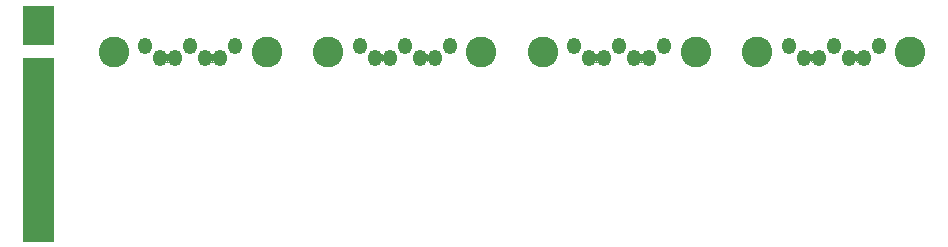
<source format=gbs>
G04 #@! TF.GenerationSoftware,KiCad,Pcbnew,(6.0.5)*
G04 #@! TF.CreationDate,2022-10-29T18:05:08-03:00*
G04 #@! TF.ProjectId,m2sata,6d327361-7461-42e6-9b69-6361645f7063,rev?*
G04 #@! TF.SameCoordinates,PXa9657a8PY54e0840*
G04 #@! TF.FileFunction,Soldermask,Bot*
G04 #@! TF.FilePolarity,Negative*
%FSLAX46Y46*%
G04 Gerber Fmt 4.6, Leading zero omitted, Abs format (unit mm)*
G04 Created by KiCad (PCBNEW (6.0.5)) date 2022-10-29 18:05:08*
%MOMM*%
%LPD*%
G01*
G04 APERTURE LIST*
%ADD10C,0.100000*%
%ADD11O,1.202000X1.402000*%
%ADD12C,2.602000*%
G04 APERTURE END LIST*
G36*
X-77500000Y-20925000D02*
G01*
X-80000000Y-20925000D01*
X-80000000Y-5475000D01*
X-77500000Y-5475000D01*
X-77500000Y-20925000D01*
G37*
D10*
X-77500000Y-20925000D02*
X-80000000Y-20925000D01*
X-80000000Y-5475000D01*
X-77500000Y-5475000D01*
X-77500000Y-20925000D01*
G36*
X-77500000Y-4275000D02*
G01*
X-80000000Y-4275000D01*
X-80000000Y-1075000D01*
X-77500000Y-1075000D01*
X-77500000Y-4275000D01*
G37*
X-77500000Y-4275000D02*
X-80000000Y-4275000D01*
X-80000000Y-1075000D01*
X-77500000Y-1075000D01*
X-77500000Y-4275000D01*
G36*
X-77500000Y-20925000D02*
G01*
X-80000000Y-20925000D01*
X-80000000Y-5475000D01*
X-77500000Y-5475000D01*
X-77500000Y-20925000D01*
G37*
X-77500000Y-20925000D02*
X-80000000Y-20925000D01*
X-80000000Y-5475000D01*
X-77500000Y-5475000D01*
X-77500000Y-20925000D01*
G36*
X-77500000Y-4275000D02*
G01*
X-80000000Y-4275000D01*
X-80000000Y-1075000D01*
X-77500000Y-1075000D01*
X-77500000Y-4275000D01*
G37*
X-77500000Y-4275000D02*
X-80000000Y-4275000D01*
X-80000000Y-1075000D01*
X-77500000Y-1075000D01*
X-77500000Y-4275000D01*
D11*
X-15177762Y-4473494D03*
X-13907762Y-5473494D03*
X-12637762Y-5473494D03*
X-11367762Y-4473494D03*
X-10097762Y-5473494D03*
X-8827762Y-5473494D03*
X-7557762Y-4473494D03*
D12*
X-4887762Y-4973494D03*
X-17847762Y-4973494D03*
D11*
X-69675000Y-4480000D03*
X-68405000Y-5480000D03*
X-67135000Y-5480000D03*
X-65865000Y-4480000D03*
X-64595000Y-5480000D03*
X-63325000Y-5480000D03*
X-62055000Y-4480000D03*
D12*
X-59385000Y-4980000D03*
X-72345000Y-4980000D03*
D11*
X-33343508Y-4480000D03*
X-32073508Y-5480000D03*
X-30803508Y-5480000D03*
X-29533508Y-4480000D03*
X-28263508Y-5480000D03*
X-26993508Y-5480000D03*
X-25723508Y-4480000D03*
D12*
X-23053508Y-4980000D03*
X-36013508Y-4980000D03*
D11*
X-51509254Y-4480000D03*
X-50239254Y-5480000D03*
X-48969254Y-5480000D03*
X-47699254Y-4480000D03*
X-46429254Y-5480000D03*
X-45159254Y-5480000D03*
X-43889254Y-4480000D03*
D12*
X-41219254Y-4980000D03*
X-54179254Y-4980000D03*
G36*
X-45899062Y-5097808D02*
G01*
X-45895963Y-5102535D01*
X-45842984Y-5147602D01*
X-45774344Y-5156833D01*
X-45711514Y-5127443D01*
X-45690423Y-5100262D01*
X-45688571Y-5099507D01*
X-45686991Y-5100733D01*
X-45686995Y-5102253D01*
X-45737826Y-5224972D01*
X-45758254Y-5380132D01*
X-45758254Y-5579868D01*
X-45737826Y-5735028D01*
X-45685925Y-5860330D01*
X-45686186Y-5862313D01*
X-45688034Y-5863078D01*
X-45689446Y-5862192D01*
X-45692545Y-5857465D01*
X-45745524Y-5812398D01*
X-45814164Y-5803167D01*
X-45876994Y-5832557D01*
X-45898085Y-5859738D01*
X-45899937Y-5860493D01*
X-45901517Y-5859267D01*
X-45901513Y-5857747D01*
X-45850682Y-5735028D01*
X-45830254Y-5579868D01*
X-45830254Y-5380132D01*
X-45850682Y-5224972D01*
X-45902583Y-5099670D01*
X-45902322Y-5097687D01*
X-45900474Y-5096922D01*
X-45899062Y-5097808D01*
G37*
G36*
X-31543316Y-5097808D02*
G01*
X-31540217Y-5102535D01*
X-31487238Y-5147602D01*
X-31418598Y-5156833D01*
X-31355768Y-5127443D01*
X-31334677Y-5100262D01*
X-31332825Y-5099507D01*
X-31331245Y-5100733D01*
X-31331249Y-5102253D01*
X-31382080Y-5224972D01*
X-31402508Y-5380132D01*
X-31402508Y-5579868D01*
X-31382080Y-5735028D01*
X-31330179Y-5860330D01*
X-31330440Y-5862313D01*
X-31332288Y-5863078D01*
X-31333700Y-5862192D01*
X-31336799Y-5857465D01*
X-31389778Y-5812398D01*
X-31458418Y-5803167D01*
X-31521248Y-5832557D01*
X-31542339Y-5859738D01*
X-31544191Y-5860493D01*
X-31545771Y-5859267D01*
X-31545767Y-5857747D01*
X-31494936Y-5735028D01*
X-31474508Y-5579868D01*
X-31474508Y-5380132D01*
X-31494936Y-5224972D01*
X-31546837Y-5099670D01*
X-31546576Y-5097687D01*
X-31544728Y-5096922D01*
X-31543316Y-5097808D01*
G37*
G36*
X-64064808Y-5097808D02*
G01*
X-64061709Y-5102535D01*
X-64008730Y-5147602D01*
X-63940090Y-5156833D01*
X-63877260Y-5127443D01*
X-63856169Y-5100262D01*
X-63854317Y-5099507D01*
X-63852737Y-5100733D01*
X-63852741Y-5102253D01*
X-63903572Y-5224972D01*
X-63924000Y-5380132D01*
X-63924000Y-5579868D01*
X-63903572Y-5735028D01*
X-63851671Y-5860330D01*
X-63851932Y-5862313D01*
X-63853780Y-5863078D01*
X-63855192Y-5862192D01*
X-63858291Y-5857465D01*
X-63911270Y-5812398D01*
X-63979910Y-5803167D01*
X-64042740Y-5832557D01*
X-64063831Y-5859738D01*
X-64065683Y-5860493D01*
X-64067263Y-5859267D01*
X-64067259Y-5857747D01*
X-64016428Y-5735028D01*
X-63996000Y-5579868D01*
X-63996000Y-5380132D01*
X-64016428Y-5224972D01*
X-64068329Y-5099670D01*
X-64068068Y-5097687D01*
X-64066220Y-5096922D01*
X-64064808Y-5097808D01*
G37*
G36*
X-67874808Y-5097808D02*
G01*
X-67871709Y-5102535D01*
X-67818730Y-5147602D01*
X-67750090Y-5156833D01*
X-67687260Y-5127443D01*
X-67666169Y-5100262D01*
X-67664317Y-5099507D01*
X-67662737Y-5100733D01*
X-67662741Y-5102253D01*
X-67713572Y-5224972D01*
X-67734000Y-5380132D01*
X-67734000Y-5579868D01*
X-67713572Y-5735028D01*
X-67661671Y-5860330D01*
X-67661932Y-5862313D01*
X-67663780Y-5863078D01*
X-67665192Y-5862192D01*
X-67668291Y-5857465D01*
X-67721270Y-5812398D01*
X-67789910Y-5803167D01*
X-67852740Y-5832557D01*
X-67873831Y-5859738D01*
X-67875683Y-5860493D01*
X-67877263Y-5859267D01*
X-67877259Y-5857747D01*
X-67826428Y-5735028D01*
X-67806000Y-5579868D01*
X-67806000Y-5380132D01*
X-67826428Y-5224972D01*
X-67878329Y-5099670D01*
X-67878068Y-5097687D01*
X-67876220Y-5096922D01*
X-67874808Y-5097808D01*
G37*
G36*
X-49709062Y-5097808D02*
G01*
X-49705963Y-5102535D01*
X-49652984Y-5147602D01*
X-49584344Y-5156833D01*
X-49521514Y-5127443D01*
X-49500423Y-5100262D01*
X-49498571Y-5099507D01*
X-49496991Y-5100733D01*
X-49496995Y-5102253D01*
X-49547826Y-5224972D01*
X-49568254Y-5380132D01*
X-49568254Y-5579868D01*
X-49547826Y-5735028D01*
X-49495925Y-5860330D01*
X-49496186Y-5862313D01*
X-49498034Y-5863078D01*
X-49499446Y-5862192D01*
X-49502545Y-5857465D01*
X-49555524Y-5812398D01*
X-49624164Y-5803167D01*
X-49686994Y-5832557D01*
X-49708085Y-5859738D01*
X-49709937Y-5860493D01*
X-49711517Y-5859267D01*
X-49711513Y-5857747D01*
X-49660682Y-5735028D01*
X-49640254Y-5579868D01*
X-49640254Y-5380132D01*
X-49660682Y-5224972D01*
X-49712583Y-5099670D01*
X-49712322Y-5097687D01*
X-49710474Y-5096922D01*
X-49709062Y-5097808D01*
G37*
G36*
X-27733316Y-5097808D02*
G01*
X-27730217Y-5102535D01*
X-27677238Y-5147602D01*
X-27608598Y-5156833D01*
X-27545768Y-5127443D01*
X-27524677Y-5100262D01*
X-27522825Y-5099507D01*
X-27521245Y-5100733D01*
X-27521249Y-5102253D01*
X-27572080Y-5224972D01*
X-27592508Y-5380132D01*
X-27592508Y-5579868D01*
X-27572080Y-5735028D01*
X-27520179Y-5860330D01*
X-27520440Y-5862313D01*
X-27522288Y-5863078D01*
X-27523700Y-5862192D01*
X-27526799Y-5857465D01*
X-27579778Y-5812398D01*
X-27648418Y-5803167D01*
X-27711248Y-5832557D01*
X-27732339Y-5859738D01*
X-27734191Y-5860493D01*
X-27735771Y-5859267D01*
X-27735767Y-5857747D01*
X-27684936Y-5735028D01*
X-27664508Y-5579868D01*
X-27664508Y-5380132D01*
X-27684936Y-5224972D01*
X-27736837Y-5099670D01*
X-27736576Y-5097687D01*
X-27734728Y-5096922D01*
X-27733316Y-5097808D01*
G37*
G36*
X-13377570Y-5091302D02*
G01*
X-13374471Y-5096029D01*
X-13321492Y-5141096D01*
X-13252852Y-5150327D01*
X-13190022Y-5120937D01*
X-13168931Y-5093756D01*
X-13167079Y-5093001D01*
X-13165499Y-5094227D01*
X-13165503Y-5095747D01*
X-13216334Y-5218466D01*
X-13236762Y-5373626D01*
X-13236762Y-5573362D01*
X-13216334Y-5728522D01*
X-13164433Y-5853824D01*
X-13164694Y-5855807D01*
X-13166542Y-5856572D01*
X-13167954Y-5855686D01*
X-13171053Y-5850959D01*
X-13224032Y-5805892D01*
X-13292672Y-5796661D01*
X-13355502Y-5826051D01*
X-13376593Y-5853232D01*
X-13378445Y-5853987D01*
X-13380025Y-5852761D01*
X-13380021Y-5851241D01*
X-13329190Y-5728522D01*
X-13308762Y-5573362D01*
X-13308762Y-5373626D01*
X-13329190Y-5218466D01*
X-13381091Y-5093164D01*
X-13380830Y-5091181D01*
X-13378982Y-5090416D01*
X-13377570Y-5091302D01*
G37*
G36*
X-9567570Y-5091302D02*
G01*
X-9564471Y-5096029D01*
X-9511492Y-5141096D01*
X-9442852Y-5150327D01*
X-9380022Y-5120937D01*
X-9358931Y-5093756D01*
X-9357079Y-5093001D01*
X-9355499Y-5094227D01*
X-9355503Y-5095747D01*
X-9406334Y-5218466D01*
X-9426762Y-5373626D01*
X-9426762Y-5573362D01*
X-9406334Y-5728522D01*
X-9354433Y-5853824D01*
X-9354694Y-5855807D01*
X-9356542Y-5856572D01*
X-9357954Y-5855686D01*
X-9361053Y-5850959D01*
X-9414032Y-5805892D01*
X-9482672Y-5796661D01*
X-9545502Y-5826051D01*
X-9566593Y-5853232D01*
X-9568445Y-5853987D01*
X-9570025Y-5852761D01*
X-9570021Y-5851241D01*
X-9519190Y-5728522D01*
X-9498762Y-5573362D01*
X-9498762Y-5373626D01*
X-9519190Y-5218466D01*
X-9571091Y-5093164D01*
X-9570830Y-5091181D01*
X-9568982Y-5090416D01*
X-9567570Y-5091302D01*
G37*
M02*

</source>
